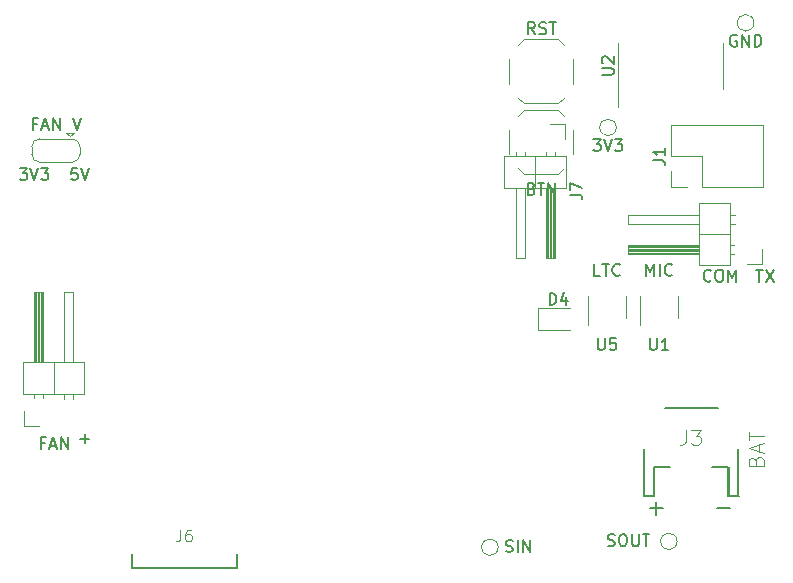
<source format=gbr>
%TF.GenerationSoftware,KiCad,Pcbnew,5.1.9+dfsg1-1*%
%TF.CreationDate,2021-12-17T12:31:51+01:00*%
%TF.ProjectId,RaspberryPi_UPS_HAT,52617370-6265-4727-9279-50695f555053,rev?*%
%TF.SameCoordinates,Original*%
%TF.FileFunction,Legend,Top*%
%TF.FilePolarity,Positive*%
%FSLAX46Y46*%
G04 Gerber Fmt 4.6, Leading zero omitted, Abs format (unit mm)*
G04 Created by KiCad (PCBNEW 5.1.9+dfsg1-1) date 2021-12-17 12:31:51*
%MOMM*%
%LPD*%
G01*
G04 APERTURE LIST*
%ADD10C,0.150000*%
%ADD11C,0.120000*%
%ADD12C,0.203200*%
%ADD13C,0.127000*%
%ADD14C,0.200000*%
%ADD15C,0.101600*%
%ADD16C,0.177800*%
%ADD17C,0.015000*%
G04 APERTURE END LIST*
D10*
X52095238Y-60452380D02*
X52714285Y-60452380D01*
X52380952Y-60833333D01*
X52523809Y-60833333D01*
X52619047Y-60880952D01*
X52666666Y-60928571D01*
X52714285Y-61023809D01*
X52714285Y-61261904D01*
X52666666Y-61357142D01*
X52619047Y-61404761D01*
X52523809Y-61452380D01*
X52238095Y-61452380D01*
X52142857Y-61404761D01*
X52095238Y-61357142D01*
X53000000Y-60452380D02*
X53333333Y-61452380D01*
X53666666Y-60452380D01*
X53904761Y-60452380D02*
X54523809Y-60452380D01*
X54190476Y-60833333D01*
X54333333Y-60833333D01*
X54428571Y-60880952D01*
X54476190Y-60928571D01*
X54523809Y-61023809D01*
X54523809Y-61261904D01*
X54476190Y-61357142D01*
X54428571Y-61404761D01*
X54333333Y-61452380D01*
X54047619Y-61452380D01*
X53952380Y-61404761D01*
X53904761Y-61357142D01*
X56952380Y-60452380D02*
X56476190Y-60452380D01*
X56428571Y-60928571D01*
X56476190Y-60880952D01*
X56571428Y-60833333D01*
X56809523Y-60833333D01*
X56904761Y-60880952D01*
X56952380Y-60928571D01*
X57000000Y-61023809D01*
X57000000Y-61261904D01*
X56952380Y-61357142D01*
X56904761Y-61404761D01*
X56809523Y-61452380D01*
X56571428Y-61452380D01*
X56476190Y-61404761D01*
X56428571Y-61357142D01*
X57285714Y-60452380D02*
X57619047Y-61452380D01*
X57952380Y-60452380D01*
X114438095Y-69052380D02*
X115009523Y-69052380D01*
X114723809Y-70052380D02*
X114723809Y-69052380D01*
X115247619Y-69052380D02*
X115914285Y-70052380D01*
X115914285Y-69052380D02*
X115247619Y-70052380D01*
X57219047Y-83371428D02*
X57980952Y-83371428D01*
X57600000Y-83752380D02*
X57600000Y-82990476D01*
D11*
%TO.C,J7*%
X98270000Y-56730000D02*
X98270000Y-58000000D01*
X97000000Y-56730000D02*
X98270000Y-56730000D01*
X94080000Y-59042929D02*
X94080000Y-59440000D01*
X94840000Y-59042929D02*
X94840000Y-59440000D01*
X94080000Y-68100000D02*
X94080000Y-62100000D01*
X94840000Y-68100000D02*
X94080000Y-68100000D01*
X94840000Y-62100000D02*
X94840000Y-68100000D01*
X95730000Y-59440000D02*
X95730000Y-62100000D01*
X96620000Y-59110000D02*
X96620000Y-59440000D01*
X97380000Y-59110000D02*
X97380000Y-59440000D01*
X96720000Y-62100000D02*
X96720000Y-68100000D01*
X96840000Y-62100000D02*
X96840000Y-68100000D01*
X96960000Y-62100000D02*
X96960000Y-68100000D01*
X97080000Y-62100000D02*
X97080000Y-68100000D01*
X97200000Y-62100000D02*
X97200000Y-68100000D01*
X97320000Y-62100000D02*
X97320000Y-68100000D01*
X96620000Y-68100000D02*
X96620000Y-62100000D01*
X97380000Y-68100000D02*
X96620000Y-68100000D01*
X97380000Y-62100000D02*
X97380000Y-68100000D01*
X98330000Y-62100000D02*
X98330000Y-59440000D01*
X93130000Y-62100000D02*
X98330000Y-62100000D01*
X93130000Y-59440000D02*
X93130000Y-62100000D01*
X98330000Y-59440000D02*
X93130000Y-59440000D01*
%TO.C,JP1*%
X56350000Y-57760000D02*
X56050000Y-57460000D01*
X56650000Y-57460000D02*
X56050000Y-57460000D01*
X56350000Y-57760000D02*
X56650000Y-57460000D01*
X57200000Y-58660000D02*
X57200000Y-59260000D01*
X53750000Y-57960000D02*
X56550000Y-57960000D01*
X53100000Y-59260000D02*
X53100000Y-58660000D01*
X56550000Y-59960000D02*
X53750000Y-59960000D01*
X57200000Y-59260000D02*
G75*
G02*
X56500000Y-59960000I-700000J0D01*
G01*
X56500000Y-57960000D02*
G75*
G02*
X57200000Y-58660000I0J-700000D01*
G01*
X53100000Y-58660000D02*
G75*
G02*
X53800000Y-57960000I700000J0D01*
G01*
X53800000Y-59960000D02*
G75*
G02*
X53100000Y-59260000I0J700000D01*
G01*
%TO.C,J5*%
X52370000Y-79560000D02*
X57570000Y-79560000D01*
X57570000Y-79560000D02*
X57570000Y-76900000D01*
X57570000Y-76900000D02*
X52370000Y-76900000D01*
X52370000Y-76900000D02*
X52370000Y-79560000D01*
X53320000Y-76900000D02*
X53320000Y-70900000D01*
X53320000Y-70900000D02*
X54080000Y-70900000D01*
X54080000Y-70900000D02*
X54080000Y-76900000D01*
X53380000Y-76900000D02*
X53380000Y-70900000D01*
X53500000Y-76900000D02*
X53500000Y-70900000D01*
X53620000Y-76900000D02*
X53620000Y-70900000D01*
X53740000Y-76900000D02*
X53740000Y-70900000D01*
X53860000Y-76900000D02*
X53860000Y-70900000D01*
X53980000Y-76900000D02*
X53980000Y-70900000D01*
X53320000Y-79890000D02*
X53320000Y-79560000D01*
X54080000Y-79890000D02*
X54080000Y-79560000D01*
X54970000Y-79560000D02*
X54970000Y-76900000D01*
X55860000Y-76900000D02*
X55860000Y-70900000D01*
X55860000Y-70900000D02*
X56620000Y-70900000D01*
X56620000Y-70900000D02*
X56620000Y-76900000D01*
X55860000Y-79957071D02*
X55860000Y-79560000D01*
X56620000Y-79957071D02*
X56620000Y-79560000D01*
X53700000Y-82270000D02*
X52430000Y-82270000D01*
X52430000Y-82270000D02*
X52430000Y-81000000D01*
%TO.C,U5*%
X103410000Y-73100000D02*
X103410000Y-71300000D01*
X100190000Y-71300000D02*
X100190000Y-73750000D01*
%TO.C,U1*%
X107810000Y-73100000D02*
X107810000Y-71300000D01*
X104590000Y-71300000D02*
X104590000Y-73750000D01*
%TO.C,SW2*%
X94800000Y-49530000D02*
X94310000Y-50020000D01*
X97700000Y-49530000D02*
X94800000Y-49530000D01*
X97700000Y-49530000D02*
X98190000Y-50020000D01*
X97700000Y-54970000D02*
X94800000Y-54970000D01*
X97700000Y-54970000D02*
X98190000Y-54480000D01*
X93530000Y-51210000D02*
X93530000Y-53290000D01*
X94800000Y-54970000D02*
X94310000Y-54480000D01*
X98970000Y-51210000D02*
X98970000Y-53290000D01*
%TO.C,SW1*%
X94800000Y-55530000D02*
X94310000Y-56020000D01*
X97700000Y-55530000D02*
X94800000Y-55530000D01*
X97700000Y-55530000D02*
X98190000Y-56020000D01*
X97700000Y-60970000D02*
X94800000Y-60970000D01*
X97700000Y-60970000D02*
X98190000Y-60480000D01*
X93530000Y-57210000D02*
X93530000Y-59290000D01*
X94800000Y-60970000D02*
X94310000Y-60480000D01*
X98970000Y-57210000D02*
X98970000Y-59290000D01*
%TO.C,TP4*%
X102600000Y-57000000D02*
G75*
G03*
X102600000Y-57000000I-700000J0D01*
G01*
%TO.C,TP3*%
X114250000Y-48150000D02*
G75*
G03*
X114250000Y-48150000I-700000J0D01*
G01*
%TO.C,TP2*%
X107750000Y-92050000D02*
G75*
G03*
X107750000Y-92050000I-700000J0D01*
G01*
%TO.C,TP1*%
X92600000Y-92550000D02*
G75*
G03*
X92600000Y-92550000I-700000J0D01*
G01*
%TO.C,J1*%
X115010000Y-62030000D02*
X115010000Y-56830000D01*
X109870000Y-62030000D02*
X115010000Y-62030000D01*
X107270000Y-56830000D02*
X115010000Y-56830000D01*
X109870000Y-62030000D02*
X109870000Y-59430000D01*
X109870000Y-59430000D02*
X107270000Y-59430000D01*
X107270000Y-59430000D02*
X107270000Y-56830000D01*
X108600000Y-62030000D02*
X107270000Y-62030000D01*
X107270000Y-62030000D02*
X107270000Y-60700000D01*
%TO.C,U2*%
X111635000Y-51800000D02*
X111635000Y-49850000D01*
X111635000Y-51800000D02*
X111635000Y-53750000D01*
X102765000Y-51800000D02*
X102765000Y-49850000D01*
X102765000Y-51800000D02*
X102765000Y-55250000D01*
%TO.C,D4*%
X98685000Y-72265000D02*
X96000000Y-72265000D01*
X96000000Y-72265000D02*
X96000000Y-74185000D01*
X96000000Y-74185000D02*
X98685000Y-74185000D01*
D12*
%TO.C,J3*%
X105752140Y-85748980D02*
X105752140Y-88248340D01*
X105752140Y-88248340D02*
X104952040Y-88248340D01*
X112947960Y-88248340D02*
X112147860Y-88248340D01*
X112147860Y-88248340D02*
X112147860Y-85748980D01*
D13*
X111180120Y-80752800D02*
X106684320Y-80752800D01*
X104934260Y-84250380D02*
X104934260Y-88250880D01*
X104934260Y-88250880D02*
X105782620Y-88250880D01*
X105782620Y-88250880D02*
X105782620Y-85751520D01*
X105782620Y-85751520D02*
X107184700Y-85751520D01*
X110679740Y-85751520D02*
X112081820Y-85751520D01*
X112081820Y-85751520D02*
X112081820Y-88250880D01*
X112081820Y-88250880D02*
X112930180Y-88250880D01*
X112930180Y-88250880D02*
X112930180Y-84250380D01*
D14*
%TO.C,J6*%
X70495000Y-94300000D02*
X70495000Y-93150000D01*
X61555000Y-94300000D02*
X70495000Y-94300000D01*
X61555000Y-93150000D02*
X61555000Y-94300000D01*
D11*
%TO.C,J4*%
X112260000Y-68630000D02*
X112260000Y-63430000D01*
X112260000Y-63430000D02*
X109600000Y-63430000D01*
X109600000Y-63430000D02*
X109600000Y-68630000D01*
X109600000Y-68630000D02*
X112260000Y-68630000D01*
X109600000Y-67680000D02*
X103600000Y-67680000D01*
X103600000Y-67680000D02*
X103600000Y-66920000D01*
X103600000Y-66920000D02*
X109600000Y-66920000D01*
X109600000Y-67620000D02*
X103600000Y-67620000D01*
X109600000Y-67500000D02*
X103600000Y-67500000D01*
X109600000Y-67380000D02*
X103600000Y-67380000D01*
X109600000Y-67260000D02*
X103600000Y-67260000D01*
X109600000Y-67140000D02*
X103600000Y-67140000D01*
X109600000Y-67020000D02*
X103600000Y-67020000D01*
X112590000Y-67680000D02*
X112260000Y-67680000D01*
X112590000Y-66920000D02*
X112260000Y-66920000D01*
X112260000Y-66030000D02*
X109600000Y-66030000D01*
X109600000Y-65140000D02*
X103600000Y-65140000D01*
X103600000Y-65140000D02*
X103600000Y-64380000D01*
X103600000Y-64380000D02*
X109600000Y-64380000D01*
X112657071Y-65140000D02*
X112260000Y-65140000D01*
X112657071Y-64380000D02*
X112260000Y-64380000D01*
X114970000Y-67300000D02*
X114970000Y-68570000D01*
X114970000Y-68570000D02*
X113700000Y-68570000D01*
%TO.C,J7*%
D10*
X98722380Y-62718333D02*
X99436666Y-62718333D01*
X99579523Y-62765952D01*
X99674761Y-62861190D01*
X99722380Y-63004047D01*
X99722380Y-63099285D01*
X98722380Y-62337380D02*
X98722380Y-61670714D01*
X99722380Y-62099285D01*
%TO.C,JP1*%
X53530952Y-56678571D02*
X53197619Y-56678571D01*
X53197619Y-57202380D02*
X53197619Y-56202380D01*
X53673809Y-56202380D01*
X54007142Y-56916666D02*
X54483333Y-56916666D01*
X53911904Y-57202380D02*
X54245238Y-56202380D01*
X54578571Y-57202380D01*
X54911904Y-57202380D02*
X54911904Y-56202380D01*
X55483333Y-57202380D01*
X55483333Y-56202380D01*
X56578571Y-56202380D02*
X56911904Y-57202380D01*
X57245238Y-56202380D01*
%TO.C,J5*%
X54190476Y-83728571D02*
X53857142Y-83728571D01*
X53857142Y-84252380D02*
X53857142Y-83252380D01*
X54333333Y-83252380D01*
X54666666Y-83966666D02*
X55142857Y-83966666D01*
X54571428Y-84252380D02*
X54904761Y-83252380D01*
X55238095Y-84252380D01*
X55571428Y-84252380D02*
X55571428Y-83252380D01*
X56142857Y-84252380D01*
X56142857Y-83252380D01*
%TO.C,U5*%
X101038095Y-74852380D02*
X101038095Y-75661904D01*
X101085714Y-75757142D01*
X101133333Y-75804761D01*
X101228571Y-75852380D01*
X101419047Y-75852380D01*
X101514285Y-75804761D01*
X101561904Y-75757142D01*
X101609523Y-75661904D01*
X101609523Y-74852380D01*
X102561904Y-74852380D02*
X102085714Y-74852380D01*
X102038095Y-75328571D01*
X102085714Y-75280952D01*
X102180952Y-75233333D01*
X102419047Y-75233333D01*
X102514285Y-75280952D01*
X102561904Y-75328571D01*
X102609523Y-75423809D01*
X102609523Y-75661904D01*
X102561904Y-75757142D01*
X102514285Y-75804761D01*
X102419047Y-75852380D01*
X102180952Y-75852380D01*
X102085714Y-75804761D01*
X102038095Y-75757142D01*
X101228571Y-69552380D02*
X100752380Y-69552380D01*
X100752380Y-68552380D01*
X101419047Y-68552380D02*
X101990476Y-68552380D01*
X101704761Y-69552380D02*
X101704761Y-68552380D01*
X102895238Y-69457142D02*
X102847619Y-69504761D01*
X102704761Y-69552380D01*
X102609523Y-69552380D01*
X102466666Y-69504761D01*
X102371428Y-69409523D01*
X102323809Y-69314285D01*
X102276190Y-69123809D01*
X102276190Y-68980952D01*
X102323809Y-68790476D01*
X102371428Y-68695238D01*
X102466666Y-68600000D01*
X102609523Y-68552380D01*
X102704761Y-68552380D01*
X102847619Y-68600000D01*
X102895238Y-68647619D01*
%TO.C,U1*%
X105438095Y-74852380D02*
X105438095Y-75661904D01*
X105485714Y-75757142D01*
X105533333Y-75804761D01*
X105628571Y-75852380D01*
X105819047Y-75852380D01*
X105914285Y-75804761D01*
X105961904Y-75757142D01*
X106009523Y-75661904D01*
X106009523Y-74852380D01*
X107009523Y-75852380D02*
X106438095Y-75852380D01*
X106723809Y-75852380D02*
X106723809Y-74852380D01*
X106628571Y-74995238D01*
X106533333Y-75090476D01*
X106438095Y-75138095D01*
X105128571Y-69552380D02*
X105128571Y-68552380D01*
X105461904Y-69266666D01*
X105795238Y-68552380D01*
X105795238Y-69552380D01*
X106271428Y-69552380D02*
X106271428Y-68552380D01*
X107319047Y-69457142D02*
X107271428Y-69504761D01*
X107128571Y-69552380D01*
X107033333Y-69552380D01*
X106890476Y-69504761D01*
X106795238Y-69409523D01*
X106747619Y-69314285D01*
X106700000Y-69123809D01*
X106700000Y-68980952D01*
X106747619Y-68790476D01*
X106795238Y-68695238D01*
X106890476Y-68600000D01*
X107033333Y-68552380D01*
X107128571Y-68552380D01*
X107271428Y-68600000D01*
X107319047Y-68647619D01*
%TO.C,SW2*%
X95702380Y-49102380D02*
X95369047Y-48626190D01*
X95130952Y-49102380D02*
X95130952Y-48102380D01*
X95511904Y-48102380D01*
X95607142Y-48150000D01*
X95654761Y-48197619D01*
X95702380Y-48292857D01*
X95702380Y-48435714D01*
X95654761Y-48530952D01*
X95607142Y-48578571D01*
X95511904Y-48626190D01*
X95130952Y-48626190D01*
X96083333Y-49054761D02*
X96226190Y-49102380D01*
X96464285Y-49102380D01*
X96559523Y-49054761D01*
X96607142Y-49007142D01*
X96654761Y-48911904D01*
X96654761Y-48816666D01*
X96607142Y-48721428D01*
X96559523Y-48673809D01*
X96464285Y-48626190D01*
X96273809Y-48578571D01*
X96178571Y-48530952D01*
X96130952Y-48483333D01*
X96083333Y-48388095D01*
X96083333Y-48292857D01*
X96130952Y-48197619D01*
X96178571Y-48150000D01*
X96273809Y-48102380D01*
X96511904Y-48102380D01*
X96654761Y-48150000D01*
X96940476Y-48102380D02*
X97511904Y-48102380D01*
X97226190Y-49102380D02*
X97226190Y-48102380D01*
%TO.C,SW1*%
X95416666Y-62178571D02*
X95559523Y-62226190D01*
X95607142Y-62273809D01*
X95654761Y-62369047D01*
X95654761Y-62511904D01*
X95607142Y-62607142D01*
X95559523Y-62654761D01*
X95464285Y-62702380D01*
X95083333Y-62702380D01*
X95083333Y-61702380D01*
X95416666Y-61702380D01*
X95511904Y-61750000D01*
X95559523Y-61797619D01*
X95607142Y-61892857D01*
X95607142Y-61988095D01*
X95559523Y-62083333D01*
X95511904Y-62130952D01*
X95416666Y-62178571D01*
X95083333Y-62178571D01*
X95940476Y-61702380D02*
X96511904Y-61702380D01*
X96226190Y-62702380D02*
X96226190Y-61702380D01*
X96845238Y-62702380D02*
X96845238Y-61702380D01*
X97416666Y-62702380D01*
X97416666Y-61702380D01*
%TO.C,TP4*%
X100661904Y-58002380D02*
X101280952Y-58002380D01*
X100947619Y-58383333D01*
X101090476Y-58383333D01*
X101185714Y-58430952D01*
X101233333Y-58478571D01*
X101280952Y-58573809D01*
X101280952Y-58811904D01*
X101233333Y-58907142D01*
X101185714Y-58954761D01*
X101090476Y-59002380D01*
X100804761Y-59002380D01*
X100709523Y-58954761D01*
X100661904Y-58907142D01*
X101566666Y-58002380D02*
X101900000Y-59002380D01*
X102233333Y-58002380D01*
X102471428Y-58002380D02*
X103090476Y-58002380D01*
X102757142Y-58383333D01*
X102900000Y-58383333D01*
X102995238Y-58430952D01*
X103042857Y-58478571D01*
X103090476Y-58573809D01*
X103090476Y-58811904D01*
X103042857Y-58907142D01*
X102995238Y-58954761D01*
X102900000Y-59002380D01*
X102614285Y-59002380D01*
X102519047Y-58954761D01*
X102471428Y-58907142D01*
%TO.C,TP3*%
X112788095Y-49200000D02*
X112692857Y-49152380D01*
X112550000Y-49152380D01*
X112407142Y-49200000D01*
X112311904Y-49295238D01*
X112264285Y-49390476D01*
X112216666Y-49580952D01*
X112216666Y-49723809D01*
X112264285Y-49914285D01*
X112311904Y-50009523D01*
X112407142Y-50104761D01*
X112550000Y-50152380D01*
X112645238Y-50152380D01*
X112788095Y-50104761D01*
X112835714Y-50057142D01*
X112835714Y-49723809D01*
X112645238Y-49723809D01*
X113264285Y-50152380D02*
X113264285Y-49152380D01*
X113835714Y-50152380D01*
X113835714Y-49152380D01*
X114311904Y-50152380D02*
X114311904Y-49152380D01*
X114550000Y-49152380D01*
X114692857Y-49200000D01*
X114788095Y-49295238D01*
X114835714Y-49390476D01*
X114883333Y-49580952D01*
X114883333Y-49723809D01*
X114835714Y-49914285D01*
X114788095Y-50009523D01*
X114692857Y-50104761D01*
X114550000Y-50152380D01*
X114311904Y-50152380D01*
%TO.C,TP2*%
X101885714Y-92404761D02*
X102028571Y-92452380D01*
X102266666Y-92452380D01*
X102361904Y-92404761D01*
X102409523Y-92357142D01*
X102457142Y-92261904D01*
X102457142Y-92166666D01*
X102409523Y-92071428D01*
X102361904Y-92023809D01*
X102266666Y-91976190D01*
X102076190Y-91928571D01*
X101980952Y-91880952D01*
X101933333Y-91833333D01*
X101885714Y-91738095D01*
X101885714Y-91642857D01*
X101933333Y-91547619D01*
X101980952Y-91500000D01*
X102076190Y-91452380D01*
X102314285Y-91452380D01*
X102457142Y-91500000D01*
X103076190Y-91452380D02*
X103266666Y-91452380D01*
X103361904Y-91500000D01*
X103457142Y-91595238D01*
X103504761Y-91785714D01*
X103504761Y-92119047D01*
X103457142Y-92309523D01*
X103361904Y-92404761D01*
X103266666Y-92452380D01*
X103076190Y-92452380D01*
X102980952Y-92404761D01*
X102885714Y-92309523D01*
X102838095Y-92119047D01*
X102838095Y-91785714D01*
X102885714Y-91595238D01*
X102980952Y-91500000D01*
X103076190Y-91452380D01*
X103933333Y-91452380D02*
X103933333Y-92261904D01*
X103980952Y-92357142D01*
X104028571Y-92404761D01*
X104123809Y-92452380D01*
X104314285Y-92452380D01*
X104409523Y-92404761D01*
X104457142Y-92357142D01*
X104504761Y-92261904D01*
X104504761Y-91452380D01*
X104838095Y-91452380D02*
X105409523Y-91452380D01*
X105123809Y-92452380D02*
X105123809Y-91452380D01*
%TO.C,TP1*%
X93252380Y-92904761D02*
X93395238Y-92952380D01*
X93633333Y-92952380D01*
X93728571Y-92904761D01*
X93776190Y-92857142D01*
X93823809Y-92761904D01*
X93823809Y-92666666D01*
X93776190Y-92571428D01*
X93728571Y-92523809D01*
X93633333Y-92476190D01*
X93442857Y-92428571D01*
X93347619Y-92380952D01*
X93300000Y-92333333D01*
X93252380Y-92238095D01*
X93252380Y-92142857D01*
X93300000Y-92047619D01*
X93347619Y-92000000D01*
X93442857Y-91952380D01*
X93680952Y-91952380D01*
X93823809Y-92000000D01*
X94252380Y-92952380D02*
X94252380Y-91952380D01*
X94728571Y-92952380D02*
X94728571Y-91952380D01*
X95300000Y-92952380D01*
X95300000Y-91952380D01*
%TO.C,J1*%
X105722380Y-59763333D02*
X106436666Y-59763333D01*
X106579523Y-59810952D01*
X106674761Y-59906190D01*
X106722380Y-60049047D01*
X106722380Y-60144285D01*
X106722380Y-58763333D02*
X106722380Y-59334761D01*
X106722380Y-59049047D02*
X105722380Y-59049047D01*
X105865238Y-59144285D01*
X105960476Y-59239523D01*
X106008095Y-59334761D01*
%TO.C,U2*%
X101372380Y-52561904D02*
X102181904Y-52561904D01*
X102277142Y-52514285D01*
X102324761Y-52466666D01*
X102372380Y-52371428D01*
X102372380Y-52180952D01*
X102324761Y-52085714D01*
X102277142Y-52038095D01*
X102181904Y-51990476D01*
X101372380Y-51990476D01*
X101467619Y-51561904D02*
X101420000Y-51514285D01*
X101372380Y-51419047D01*
X101372380Y-51180952D01*
X101420000Y-51085714D01*
X101467619Y-51038095D01*
X101562857Y-50990476D01*
X101658095Y-50990476D01*
X101800952Y-51038095D01*
X102372380Y-51609523D01*
X102372380Y-50990476D01*
%TO.C,D4*%
X96946904Y-72027380D02*
X96946904Y-71027380D01*
X97185000Y-71027380D01*
X97327857Y-71075000D01*
X97423095Y-71170238D01*
X97470714Y-71265476D01*
X97518333Y-71455952D01*
X97518333Y-71598809D01*
X97470714Y-71789285D01*
X97423095Y-71884523D01*
X97327857Y-71979761D01*
X97185000Y-72027380D01*
X96946904Y-72027380D01*
X98375476Y-71360714D02*
X98375476Y-72027380D01*
X98137380Y-70979761D02*
X97899285Y-71694047D01*
X98518333Y-71694047D01*
%TO.C,J3*%
D15*
X108476666Y-82604523D02*
X108476666Y-83511666D01*
X108416190Y-83693095D01*
X108295238Y-83814047D01*
X108113809Y-83874523D01*
X107992857Y-83874523D01*
X108960476Y-82604523D02*
X109746666Y-82604523D01*
X109323333Y-83088333D01*
X109504761Y-83088333D01*
X109625714Y-83148809D01*
X109686190Y-83209285D01*
X109746666Y-83330238D01*
X109746666Y-83632619D01*
X109686190Y-83753571D01*
X109625714Y-83814047D01*
X109504761Y-83874523D01*
X109141904Y-83874523D01*
X109020952Y-83814047D01*
X108960476Y-83753571D01*
X114409285Y-85237380D02*
X114469761Y-85055952D01*
X114530238Y-84995476D01*
X114651190Y-84935000D01*
X114832619Y-84935000D01*
X114953571Y-84995476D01*
X115014047Y-85055952D01*
X115074523Y-85176904D01*
X115074523Y-85660714D01*
X113804523Y-85660714D01*
X113804523Y-85237380D01*
X113865000Y-85116428D01*
X113925476Y-85055952D01*
X114046428Y-84995476D01*
X114167380Y-84995476D01*
X114288333Y-85055952D01*
X114348809Y-85116428D01*
X114409285Y-85237380D01*
X114409285Y-85660714D01*
X114711666Y-84451190D02*
X114711666Y-83846428D01*
X115074523Y-84572142D02*
X113804523Y-84148809D01*
X115074523Y-83725476D01*
X113804523Y-83483571D02*
X113804523Y-82757857D01*
X115074523Y-83120714D02*
X113804523Y-83120714D01*
D16*
X111164033Y-89238940D02*
X112247766Y-89238940D01*
X105449033Y-89238940D02*
X106532766Y-89238940D01*
X105990900Y-89780806D02*
X105990900Y-88697073D01*
%TO.C,J6*%
D17*
X65666666Y-91052380D02*
X65666666Y-91766666D01*
X65619047Y-91909523D01*
X65523809Y-92004761D01*
X65380952Y-92052380D01*
X65285714Y-92052380D01*
X66571428Y-91052380D02*
X66380952Y-91052380D01*
X66285714Y-91100000D01*
X66238095Y-91147619D01*
X66142857Y-91290476D01*
X66095238Y-91480952D01*
X66095238Y-91861904D01*
X66142857Y-91957142D01*
X66190476Y-92004761D01*
X66285714Y-92052380D01*
X66476190Y-92052380D01*
X66571428Y-92004761D01*
X66619047Y-91957142D01*
X66666666Y-91861904D01*
X66666666Y-91623809D01*
X66619047Y-91528571D01*
X66571428Y-91480952D01*
X66476190Y-91433333D01*
X66285714Y-91433333D01*
X66190476Y-91480952D01*
X66142857Y-91528571D01*
X66095238Y-91623809D01*
%TO.C,J4*%
D10*
X110614285Y-69957142D02*
X110566666Y-70004761D01*
X110423809Y-70052380D01*
X110328571Y-70052380D01*
X110185714Y-70004761D01*
X110090476Y-69909523D01*
X110042857Y-69814285D01*
X109995238Y-69623809D01*
X109995238Y-69480952D01*
X110042857Y-69290476D01*
X110090476Y-69195238D01*
X110185714Y-69100000D01*
X110328571Y-69052380D01*
X110423809Y-69052380D01*
X110566666Y-69100000D01*
X110614285Y-69147619D01*
X111233333Y-69052380D02*
X111423809Y-69052380D01*
X111519047Y-69100000D01*
X111614285Y-69195238D01*
X111661904Y-69385714D01*
X111661904Y-69719047D01*
X111614285Y-69909523D01*
X111519047Y-70004761D01*
X111423809Y-70052380D01*
X111233333Y-70052380D01*
X111138095Y-70004761D01*
X111042857Y-69909523D01*
X110995238Y-69719047D01*
X110995238Y-69385714D01*
X111042857Y-69195238D01*
X111138095Y-69100000D01*
X111233333Y-69052380D01*
X112090476Y-70052380D02*
X112090476Y-69052380D01*
X112423809Y-69766666D01*
X112757142Y-69052380D01*
X112757142Y-70052380D01*
%TD*%
M02*

</source>
